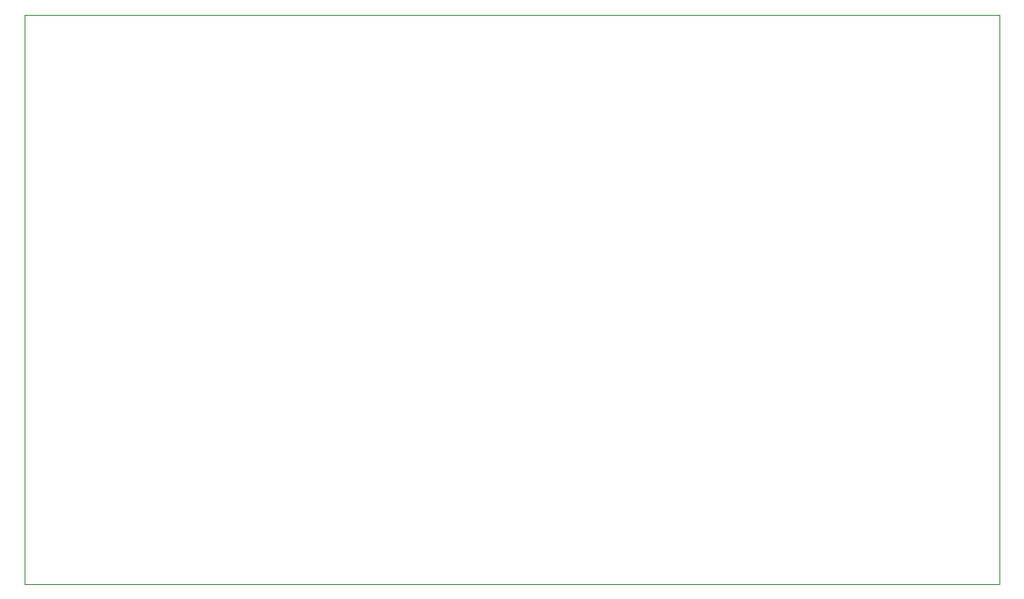
<source format=gbr>
%TF.GenerationSoftware,KiCad,Pcbnew,7.0.10*%
%TF.CreationDate,2024-04-09T23:56:02+02:00*%
%TF.ProjectId,avr-basic-sbc,6176722d-6261-4736-9963-2d7362632e6b,v0.1*%
%TF.SameCoordinates,Original*%
%TF.FileFunction,Profile,NP*%
%FSLAX46Y46*%
G04 Gerber Fmt 4.6, Leading zero omitted, Abs format (unit mm)*
G04 Created by KiCad (PCBNEW 7.0.10) date 2024-04-09 23:56:02*
%MOMM*%
%LPD*%
G01*
G04 APERTURE LIST*
%TA.AperFunction,Profile*%
%ADD10C,0.100000*%
%TD*%
G04 APERTURE END LIST*
D10*
X0Y0D02*
X94000000Y0D01*
X94000000Y-55000000D01*
X0Y-55000000D01*
X0Y0D01*
M02*

</source>
